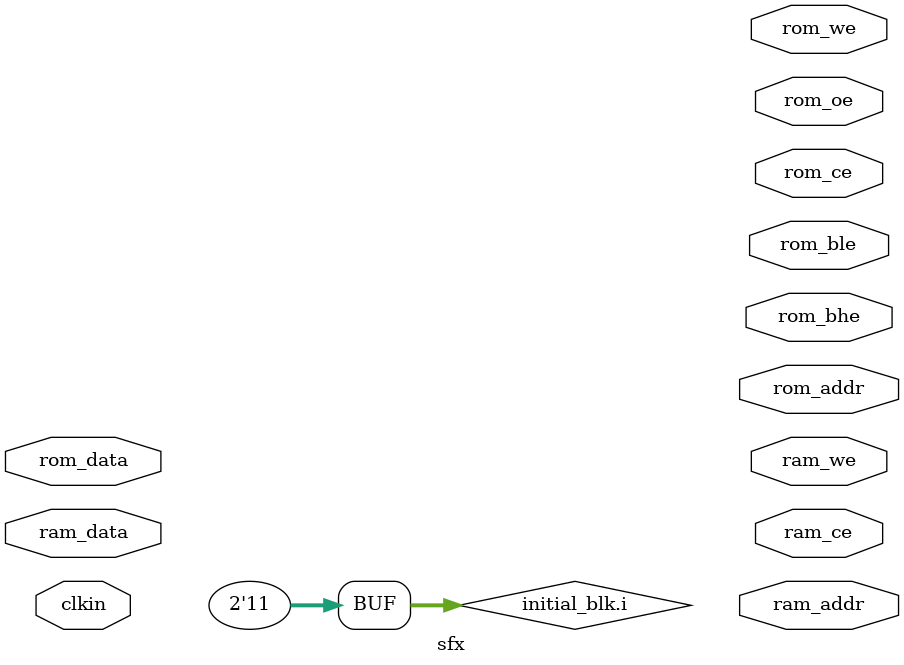
<source format=v>
`timescale 1ns / 1ps
module sfx(
	input clkin,

	// Gamepak RAM
	inout [7:0] ram_data,
	output [18:0] ram_addr,
	output ram_ce,
	output ram_we,

	// Gamepak ROM
	input [15:0] rom_data,
	output [22:0] rom_addr,
	output rom_ce,
	output rom_oe,
	output rom_we,
	output rom_bhe,
	output rom_ble
    );

reg [2:0] clk_counter;
reg clk;

reg [15:0] regs [0:13]; // General purpose registers R0~R13
reg [15:0] rap;         // Game Pak ROM address pointer: R14
reg [15:0] pc;          // Program counter: R15

// Status/flag register flags
reg z;    // Zero
reg cy;   // Carry
reg s;    // Sign
reg ov;   // Overflow
reg g;    // Go
reg r;    // Reading ROM using R14
reg alt1; // Mode flag for next insn
reg alt2; // Mode flag for next insn
reg il;   // Immediate lower
reg ih;   // Immediate higher
reg b;    // Instruction executed with WITH
reg irq;  // Interrupt

reg [7:0] pbr;   // Program bank register
reg [7:0] rombr; // Game Pak ROM bank register
reg rambr;       // Game Pak RAM bank register
reg [15:0] cbr;  // Cache base register. [4:0] are always 0.
reg [7:0] scbr;  // Screen base register
reg [5:0] scmr;  // Screen mode register
reg [7:0] colr;  // Color register
reg [4:0] por;   // Plot option register
reg bramr;       // Back-up RAM register
reg [7:0] vcr;   // Version code register
reg [7:0] cfgr;  // Config register
reg clsr;        // Clock select register

reg [7:0] curr_insn [0:2];
reg [1:0] insn_idx;
reg [1:0] fetches_left;
reg [7:0] pipeline;

reg [3:0] imm;
reg [3:0] src_reg;
reg [3:0] dst_reg;

reg [8:0] cache_addra;
reg [7:0] cache_dina;
reg [0:0] cache_wea;
wire [7:0] cache_douta;

reg [8:0] cache_addrb;
reg [7:0] cache_dinb;
reg [0:0] cache_web;
wire [7:0] cache_doutb;

reg fetch_cached_insn;

sfx_cache cache(
	.clka(clk),
	.addra(cache_addra),
	.dina(cache_dina),
	.wea(cache_wea),
	.douta(cache_douta),
	.clkb(clk),
	.addrb(cache_addrb),
	.dinb(cache_dinb),
	.web(cache_web),
	.doutb(cache_doutb) );

reg[0:0] state;
/*
parameter STATE_FETCHNLOAD = 2'b01;
parameter STATE_EXEC       = 2'b10;
*/
parameter STATE_BEGIN = 1'b0;
parameter STATE_FETCH = 1'b1; // This is somewhat misleadingly named.

parameter OP_ALT1 = 8'b00111101;
parameter OP_ALT2 = 8'b00111110;
parameter OP_ALT3 = 8'b00111111;
parameter OP_ADX  = 8'b0101zzzz;
parameter OP_BEQ  = 8'b00001001;
parameter OP_NOP  = 8'b00000001;

/*
task fetch_next_insn;
begin
	// Should check if the data is in cache and the cache line is valid,
	// Then fetch.
	//fetch_next_cached_insn;
	pipeline = cache_douta;
end
endtask

task fetch_next_cached_insn;
begin
	cache_addra = pc - cbr;
	fetch_cached_insn = 1'b1;
	wait (fetch_cached_insn == 1'b0);
end
endtask
*/

initial begin: initial_blk
	reg[1:0] i;
	clk = 1'b0;
	clk_counter = 3'h0;
	insn_idx = 2'b00;

	for (i = 0; i < 2'h3; i = i+1) begin
		curr_insn[i] = OP_NOP;
	end
	fetches_left = 2'b00;
	state = STATE_BEGIN;
end

always @(posedge clkin) begin
	if (clk_counter == 3'h0) begin
		clk = !clk;
	end
	clk_counter = clk_counter + 3'h1;

	// The upper limit depends on the frequency desired.
	if ((clsr == 1'b0 && clk_counter >= 3'h2) ||
	    (clsr == 1'b1 && clk_counter == 3'h4)) begin
		clk_counter = 3'h0;
	end
end

always @(posedge clk) begin
	if (fetch_cached_insn) begin
		pipeline = cache_douta;
	end
end

always @(posedge clk) begin // Should probably use clock in divided by 4 or 8

	// First, copy instruction from cache
	// TODO: reading from RAM & ROM
	curr_insn[insn_idx] = cache_douta;
	fetches_left = fetches_left - 2'b01;

	// If we are beginning a new instruction, determine the number of fetches needed.
	if (state == STATE_BEGIN) begin

		casez (curr_insn[insn_idx])
			OP_NOP:
			begin
				fetches_left = 2'b00;
			end
			OP_ADX:
			begin
				if (!alt1 && !alt2) begin
					// ADD Rn
					fetches_left = 2'b00;
				end
				else begin
					// ADC Rn
					// ADD #n
					// ADC #n
					fetches_left = 2'b01;
				end
			end
			OP_BEQ:
			begin
				fetches_left = 2'b01;
			end
		endcase
		state = STATE_FETCH;
	end

	// Fetch phase. This is always done.
	if (state == STATE_FETCH) begin
		// Start fetching next instruction from cache.
		// It will be ready next cycle.
		cache_addra = pc - cbr;
	end

`define NONE 1
`ifdef NONE
	// Exec phase. This is only done once the instruction's been read in full.
	if (fetches_left == 2'b00) begin
		//imm = curr_insn[insn_idx][3:0]; // Causes internal error in the compiler!?
		imm = curr_insn[insn_idx] & 8'h0f;

		casez (curr_insn[0])
			OP_NOP:
			begin
				// Just reset regs.
				b    = 1'b0;
				alt1 = 1'b0;
				alt2 = 1'b0;
				src_reg = 3'h0;
				dst_reg = 3'h0;
			end
`define NONE2 1
`ifdef NONE2
			OP_ADX:
			begin: op_adx_blk
				reg [16:0] tmp;

				if (!alt1 && !alt2) begin
					// ADD Rn
					tmp = regs[src_reg] + regs[imm];
				end
				else if (alt1 && !alt2) begin
					// ADC Rn
					tmp = regs[src_reg] + regs[imm] + cy;
				end
				else if (!alt1 && alt2) begin
					// ADD #n
					tmp = regs[src_reg] + imm;
				end
				else /* if (alt1 && alt2) */ begin
					// ADC #n
					tmp = regs[src_reg] + imm + cy;
				end

				// Set flags
				ov  <= (~(regs[src_reg] ^ regs[imm])
							& (regs[imm] ^ tmp)
							& 16'h8000) != 0;
				s   <= (tmp & 16'h8000) != 0;
				cy  <= tmp >= 17'h10000;
				z   <= (tmp & 16'hffff) == 0;

				// Set result
				regs[dst_reg] = tmp;

				// Register reset
				b    = 1'b0;
				alt1 = 1'b0;
				alt2 = 1'b0;
				src_reg = 3'h0;
				dst_reg = 3'h0;
			end
			OP_BEQ:
			begin: op_beq_blk
				reg signed [7:0] tmp;
				tmp = pipeline;
				pc = pc + 1'b1;
				//pipeline = 8'b1; // XXX: NOP for now. Should read.
				//fetch_next_cached_insn;
				if (z) begin
					// XXX this is ugly!
					pc = $unsigned($signed(pc) + tmp);
				end
			end
`endif
		endcase

		state = STATE_BEGIN;
		insn_idx = 2'b00;
	end
`endif
end

endmodule

</source>
